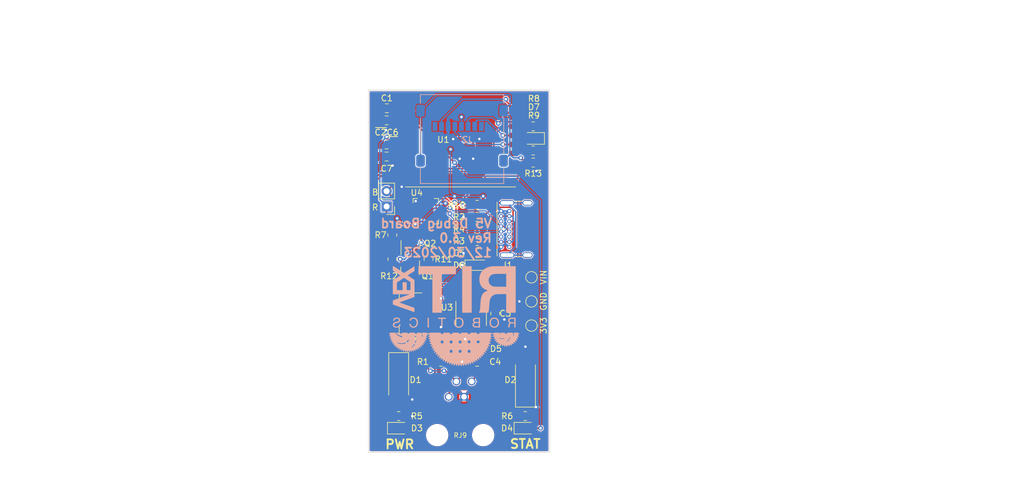
<source format=kicad_pcb>
(kicad_pcb (version 20221018) (generator pcbnew)
  (layers (0 "F.Cu" signal) (31 "B.Cu" signal) (34 "B.Paste" user) (35 "F.Paste" user) (36 "B.SilkS" user "B.Silkscreen") (37 "F.SilkS" user "F.Silkscreen") (38 "B.Mask" user) (39 "F.Mask" user) (44 "Edge.Cuts" user))
  (net 0 "")
  (net 1 "+3.3V")
  (net 2 "GND")
  (net 3 "Net-(CONN1-+12V)")
  (net 4 "Net-(D6-A)")
  (net 5 "/EN_PU")
  (net 6 "/RJ9_DB")
  (net 7 "Net-(D3-K)")
  (net 8 "/RJ9_DA")
  (net 9 "/IO8_PULLUP")
  (net 10 "Net-(D4-K)")
  (net 11 "Net-(D5-K)")
  (net 12 "Net-(J1-SHIELD)")
  (net 14 "Net-(J1-CC2)")
  (net 15 "/STAT_LED")
  (net 17 "Net-(J1-CC1)")
  (net 18 "/USB_D+")
  (net 19 "/USB_D-")
  (net 21 "/SD_CS")
  (net 22 "/SD_MOSI")
  (net 23 "/SD_SCL")
  (net 24 "/RS485_MODE")
  (net 25 "/RS485_TX")
  (net 26 "/RS485_RX")
  (net 27 "/SD_MISO")
  (net 29 "Net-(J2-SHIELD)")
  (net 30 "/FTDI_RX")
  (net 31 "/FTDI_TX")
  (net 32 "/IO9_BOOT")
  (net 33 "Net-(Q1-B)")
  (net 34 "Net-(Q1-E)")
  (net 35 "Net-(Q2-B)")
  (net 36 "Net-(Q2-E)")
  (net 37 "Net-(U4-~{RESET})")
  (net 38 "Net-(D7-K)")
  (net 48 "/DBG_LED")
  (footprint "Package_DFN_QFN:QFN-20-1EP_4x4mm_P0.5mm_EP2.5x2.5mm" (layer "F.Cu") (at 111.5 72.0625 90)
    (fp_text reference "U4")
    (fp_text value "FT231XQ")
  )
  (footprint "Diode_SMD:D_SOD-323_HandSoldering" (layer "F.Cu") (at 120 81)
    (fp_text reference "D6")
    (fp_text value "D_Schottky")
  )
  (footprint "Package_TO_SOT_SMD:SOT-223-3_TabPin2" (layer "F.Cu") (at 109 89 180)
    (fp_text reference "U2")
    (fp_text value "NCP1117-3.3_SOT223")
  )
  (footprint "ESP32-C3-WROOM:ESP32-C3-WROOM-02-N4" (layer "F.Cu") (at 117.25 57.905087)
    (fp_text reference "U1")
    (fp_text value "ESP32-C3-WROOM-02-N4")
  )
  (footprint "RS485_tran:SOIC127P600X175-8N" (layer "F.Cu") (at 119 89 -90)
    (fp_text reference "U3")
    (fp_text value "ADM3493ARZ")
  )
  (footprint "Capacitor_SMD:C_0805_2012Metric_Pad1.18x1.45mm_HandSolder" (layer "F.Cu") (at 105.0375 55)
    (fp_text reference "C1")
    (fp_text value "10uF")
  )
  (footprint "Resistor_SMD:R_0805_2012Metric_Pad1.20x1.40mm_HandSolder" (layer "F.Cu") (at 120 73 180)
    (fp_text reference "R2")
    (fp_text value "1M")
  )
  (footprint "Resistor_SMD:R_0805_2012Metric_Pad1.20x1.40mm_HandSolder" (layer "F.Cu") (at 129.290571 58)
    (fp_text reference "R8")
    (fp_text value "5.11K")
  )
  (footprint "Resistor_SMD:R_0805_2012Metric_Pad1.20x1.40mm_HandSolder" (layer "F.Cu") (at 105.95 80 90)
    (fp_text reference "R12")
    (fp_text value "5.11K")
  )
  (footprint "LED_SMD:LED_0805_2012Metric_Pad1.15x1.40mm_HandSolder" (layer "F.Cu") (at 129.290571 60 180)
    (fp_text reference "D7")
    (fp_text value "DBG_LED")
  )
  (footprint "Resistor_SMD:R_0805_2012Metric_Pad1.20x1.40mm_HandSolder" (layer "F.Cu") (at 114 97 180)
    (fp_text reference "R1")
    (fp_text value "120")
  )
  (footprint "Connector_USB:USB_C_Receptacle_GCT_USB4085" (layer "F.Cu") (at 123.975 77.975 90)
    (fp_text reference "J1")
    (fp_text value "USB_C_Receptacle_USB2.0")
  )
  (footprint "TestPoint:TestPoint_Pad_D1.5mm" (layer "F.Cu") (at 129 87)
    (fp_text reference "GND")
    (fp_text value "TP_GND")
  )
  (footprint "Resistor_SMD:R_0805_2012Metric_Pad1.20x1.40mm_HandSolder" (layer "F.Cu") (at 111.95 80 -90)
    (fp_text reference "R11")
    (fp_text value "5.11K")
  )
  (footprint "TestPoint:TestPoint_Pad_D1.5mm" (layer "F.Cu") (at 129 83)
    (fp_text reference "VIN")
    (fp_text value "TP_VIN")
  )
  (footprint "LED_SMD:LED_0805_2012Metric_Pad1.15x1.40mm_HandSolder" (layer "F.Cu") (at 127.975 108)
    (fp_text reference "D4")
    (fp_text value "STAT_LED")
  )
  (footprint "Package_TO_SOT_SMD:SOT-23" (layer "F.Cu") (at 108.9 81.9375 -90)
    (fp_text reference "Q1")
    (fp_text value "BC817")
  )
  (footprint "LED_SMD:LED_0805_2012Metric_Pad1.15x1.40mm_HandSolder" (layer "F.Cu") (at 107 108)
    (fp_text reference "D3")
    (fp_text value "PWR_LED")
  )
  (footprint "TestPoint:TestPoint_Pad_D1.5mm" (layer "F.Cu") (at 129 91)
    (fp_text reference "3V3")
    (fp_text value "TP_3.3V")
  )
  (footprint "Capacitor_SMD:C_0805_2012Metric_Pad1.18x1.45mm_HandSolder" (layer "F.Cu") (at 120.0375 79 180)
    (fp_text reference "C5")
    (fp_text value "10uF")
  )
  (footprint "Diode_SMD:D_SMA_Handsoldering" (layer "F.Cu") (at 107 100 -90)
    (fp_text reference "D1")
    (fp_text value "D_TVS")
  )
  (footprint "Resistor_SMD:R_0805_2012Metric_Pad1.20x1.40mm_HandSolder" (layer "F.Cu") (at 120 71)
    (fp_text reference "R10")
    (fp_text value "5.11K")
  )
  (footprint "Resistor_SMD:R_0805_2012Metric_Pad1.20x1.40mm_HandSolder" (layer "F.Cu") (at 120 77 180)
    (fp_text reference "R3")
    (fp_text value "5.11K")
  )
  (footprint "Capacitor_SMD:C_0805_2012Metric_Pad1.18x1.45mm_HandSolder" (layer "F.Cu") (at 123 89 -90)
    (fp_text reference "C3")
    (fp_text value "1uF")
  )
  (footprint "Connector_PinHeader_2.54mm:PinHeader_1x02_P2.54mm_Vertical" (layer "F.Cu") (at 105 71.275 180)
    (fp_text reference "J3" hide)
    (fp_text value "Conn_01x02_Pin")
  )
  (footprint "Diode_SMD:D_SOD-323_HandSoldering" (layer "F.Cu") (at 119.857121 94.848743)
    (fp_text reference "D5")
    (fp_text value "D_Schottky")
  )
  (footprint "Capacitor_SMD:C_0805_2012Metric_Pad1.18x1.45mm_HandSolder" (layer "F.Cu") (at 120 97 180)
    (fp_text reference "C4")
    (fp_text value "10uF")
  )
  (footprint "Capacitor_SMD:C_0805_2012Metric_Pad1.18x1.45mm_HandSolder" (layer "F.Cu") (at 105 61 180)
    (fp_text reference "C6")
    (fp_text value "1uF")
  )
  (footprint "Resistor_SMD:R_0805_2012Metric_Pad1.20x1.40mm_HandSolder" (layer "F.Cu") (at 105.95 76 90)
    (fp_text reference "R7")
    (fp_text value "5.11K")
  )
  (footprint "Resistor_SMD:R_0805_2012Metric_Pad1.20x1.40mm_HandSolder" (layer "F.Cu") (at 120 75 180)
    (fp_text reference "R4")
    (fp_text value "5.11K")
  )
  (footprint "Resistor_SMD:R_0805_2012Metric_Pad1.20x1.40mm_HandSolder" (layer "F.Cu") (at 129.290571 62)
    (fp_text reference "R9")
    (fp_text value "220")
  )
  (footprint "Resistor_SMD:R_0805_2012Metric_Pad1.20x1.40mm_HandSolder" (layer "F.Cu") (at 129.290571 64)
    (fp_text reference "R13")
    (fp_text value "1M")
  )
  (footprint "Capacitor_SMD:C_0805_2012Metric_Pad1.18x1.45mm_HandSolder" (layer "F.Cu") (at 105 57)
    (fp_text reference "C2")
    (fp_text value "1uF")
  )
  (footprint "Package_TO_SOT_SMD:SOT-23" (layer "F.Cu") (at 108.95 77.5625 90)
    (fp_text reference "Q2")
    (fp_text value "BC817")
  )
  (footprint "Capacitor_SMD:C_0805_2012Metric_Pad1.18x1.45mm_HandSolder" (layer "F.Cu") (at 105 63)
    (fp_text reference "C7")
    (fp_text value "1uF")
  )
  (footprint "Resistor_SMD:R_0805_2012Metric_Pad1.20x1.40mm_HandSolder" (layer "F.Cu") (at 127.975 106)
    (fp_text reference "R6")
    (fp_text value "220" hide)
  )
  (footprint "Diode_SMD:D_SMA_Handsoldering" (layer "F.Cu") (at 128 100 90)
    (fp_text reference "D2")
    (fp_text value "D_TVS")
  )
  (footprint "RJ9:RJ9_Jack" (layer "F.Cu") (at 117.19 108)
    (fp_text reference "CONN1" hide)
    (fp_text value "RJ9")
  )
  (footprint "Resistor_SMD:R_0805_2012Metric_Pad1.20x1.40mm_HandSolder" (layer "F.Cu") (at 107 106)
    (fp_text reference "R5")
    (fp_text value "220" hide)
  )
  (footprint "Connector_Card:microSD_HC_Molex_47219-2001" (layer "B.Cu") (at 117.495 60.1 180)
    (fp_text reference "J2")
    (fp_text value "Micro_SD_Card")
  )
  (footprint "LOGO" (layer "B.Cu") (at 116.094363 88.2 180)
    (fp_text reference "G***" hide)
    (fp_text value "LOGO" hide)
  )
  (gr_line (start 103.174306 58.206854) (end 104.957608 58.206854) (stroke (width 0.15)) (layer "F.SilkS"))
  (gr_line (start 105.206782 59.692125) (end 106.804425 59.692125) (stroke (width 0.15)) (layer "F.SilkS"))
  (gr_rect (start 102 52) (end 132 112) (stroke (width 0.1)) (fill none) (layer "Edge.Cuts"))
  (gr_text "V5 Debug Board\nRev 3.0\n12/30/2023" (at 122.6 79.8) (layer "B.SilkS") (effects (font (size 1.5 1.5) (thickness 0.3) bold) (justify left bottom mirror)))
  (gr_text "PWR" (at 104.615254 111.551636) (layer "F.SilkS") (effects (font (size 1.5 1.5) (thickness 0.3) bold) (justify left bottom)))
  (gr_text "B" (at 102.5 69.5) (layer "F.SilkS") (effects (font (size 1 1)) (justify left bottom)))
  (gr_text "STAT" (at 125.27743 111.484837) (layer "F.SilkS") (effects (font (size 1.5 1.5) (thickness 0.3) bold) (justify left bottom)))
  (gr_text "R" (at 102.5 72) (layer "F.SilkS") (effects (font (size 1 1)) (justify left bottom)))
  (segment (start 120.999525 70.999525) (end 121 71) (width 0.25) (layer "F.Cu") (net 1))
  (segment (start 106.75 73.25) (end 106.75 74.2) (width 0.25) (layer "F.Cu") (net 1))
  (segment (start 114.4375 71.0625) (end 113.4375 71.0625) (width 0.25) (layer "F.Cu") (net 1))
  (segment (start 109.5625 74.042926) (end 109.759787 74.240213) (width 0.25) (layer "F.Cu") (net 1))
  (segment (start 120.999525 69.558581) (end 120.999525 70.999525) (width 0.25) (layer "F.Cu") (net 1))
  (segment (start 114.75 70.75) (end 114.4375 71.0625) (width 0.25) (layer "F.Cu") (net 1))
  (segment (start 106.75 74.2) (end 105.95 75) (width 0.25) (layer "F.Cu") (net 1))
  (segment (start 112 70.125) (end 112 68.75) (width 0.25) (layer "F.Cu") (net 1))
  (segment (start 109.5625 73.0625) (end 109.5625 74.042926) (width 0.25) (layer "F.Cu") (net 1))
  (via (at 120.999525 69.558581) (size 0.8) (drill 0.4) (layers "F.Cu" "B.Cu") (net 1))
  (via (at 117.401503 56.443716) (size 0.8) (drill 0.4) (layers "F.Cu" "B.Cu") (net 1))
  (via (at 109.759787 74.240213) (size 0.8) (drill 0.4) (layers "F.Cu" "B.Cu") (net 1))
  (via (at 116.25 69.582896) (size 0.8) (drill 0.4) (layers "F.Cu" "B.Cu") (net 1))
  (via (at 106.75 73.25) (size 0.8) (drill 0.4) (layers "F.Cu" "B.Cu") (net 1))
  (via (at 115.6 61.8) (size 0.8) (drill 0.4) (layers "F.Cu" "B.Cu") (net 1))
  (via (at 114.75 70.75) (size 0.8) (drill 0.4) (layers "F.Cu" "B.Cu") (net 1))
  (segment (start 116.25 69.582896) (end 115.575 68.907896) (width 0.25) (layer "B.Cu") (net 1))
  (segment (start 117.4 58) (end 117.4 56.6) (width 0.25) (layer "B.Cu") (net 1))
  (segment (start 114.917104 69.582896) (end 114 70.5) (width 0.25) (layer "B.Cu") (net 1))
  (segment (start 109.759787 74.240213) (end 107.740213 74.240213) (width 0.25) (layer "B.Cu") (net 1))
  (segment (start 116.25 69.582896) (end 114.917104 69.582896) (width 0.25) (layer "B.Cu") (net 1))
  (segment (start 114 70.5) (end 110.259787 74.240213) (width 0.25) (layer "B.Cu") (net 1))
  (segment (start 115.575 68.907896) (end 115.575 61.825) (width 0.25) (layer "B.Cu") (net 1))
  (segment (start 117.4 56.6) (end 117.5 56.5) (width 0.25) (layer "B.Cu") (net 1))
  (segment (start 107.740213 74.240213) (end 106.75 73.25) (width 0.25) (layer "B.Cu") (net 1))
  (segment (start 120.667104 69.582896) (end 121 69.25) (width 0.25) (layer "B.Cu") (net 1))
  (segment (start 110.259787 74.240213) (end 109.759787 74.240213) (width 0.25) (layer "B.Cu") (net 1))
  (segment (start 114 70.5) (end 114.25 70.75) (width 0.25) (layer "B.Cu") (net 1))
  (segment (start 115.575 61.825) (end 115.6 61.8) (width 0.25) (layer "B.Cu") (net 1))
  (segment (start 116.25 69.582896) (end 120.667104 69.582896) (width 0.25) (layer "B.Cu") (net 1))
  (segment (start 114.25 70.75) (end 114.75 70.75) (width 0.25) (layer "B.Cu") (net 1))
  (segment (start 117.105802 60.099977) (end 117.105802 62.299973) (width 0.25) (layer "F.Cu") (net 2))
  (segment (start 119.305701 61.199975) (end 117.1057 61.199975) (width 0.25) (layer "F.Cu") (net 2))
  (segment (start 130.290571 64) (end 130.290571 64.909429) (width 0.25) (layer "F.Cu") (net 2))
  (segment (start 106.0375 57.4625) (end 104 59.5) (width 0.25) (layer "F.Cu") (net 2))
  (segment (start 112.15 91.3) (end 113.95 91.3) (width 0.25) (layer "F.Cu") (net 2))
  (segment (start 119.305802 60.099977) (end 117.105802 60.099977) (width 0.25) (layer "F.Cu") (net 2))
  (segment (start 118.9625 97) (end 117.5 97) (width 0.25) (layer "F.Cu") (net 2))
  (segment (start 119 73) (end 119 79) (width 0.25) (layer "F.Cu") (net 2))
  (segment (start 117.105802 62.299973) (end 117.105802 63.362837) (width 0.25) (layer "F.Cu") (net 2))
  (segment (start 106.0375 63) (end 106.0375 64.4625) (width 0.25) (layer "F.Cu") (net 2))
  (segment (start 117.095 91.475) (end 117.095 92.345) (width 0.25) (layer "F.Cu") (net 2))
  (segment (start 108.5 67.000002) (end 108.499998 67.000002) (width 0.25) (layer "F.Cu") (net 2))
  (segment (start 107 102.5) (end 108.5 102.5) (width 0.25) (layer "F.Cu") (net 2))
  (segment (start 117.105802 62.299973) (end 119.305802 62.299973) (width 0.25) (layer "F.Cu") (net 2))
  (segment (start 111.5 72.0625) (end 111.489874 72.0625) (width 0.25) (layer "F.Cu") (net 2))
  (segment (start 111.489874 72.0625) (end 109.815374 70.388) (width 0.25) (layer "F.Cu") (net 2))
  (segment (start 117.105802 63.362837) (end 117.106012 63.363047) (width 0.25) (layer "F.Cu") (net 2))
  (segment (start 119.305802 62.299973) (end 119.305802 60.099977) (width 0.25) (layer "F.Cu") (net 2))
  (segment (start 128.975 105.275) (end 129.75 104.5) (width 0.25) (layer "F.Cu") (net 2))
  (segment (start 103.9625 59.5375) (end 104 59.5) (width 0.25) (layer "F.Cu") (net 2))
  (segment (start 108.499998 67.000002) (end 107.5 68) (width 0.25) (layer "F.Cu") (net 2))
  (segment (start 106.0375 57) (end 106.0375 57.4625) (width 0.25) (layer "F.Cu") (net 2))
  (segment (start 128.975 106) (end 128.975 105.275) (width 0.25) (layer "F.Cu") (net 2))
  (segment (start 106.075 55) (end 106.075 56.9625) (width 0.25) (layer "F.Cu") (net 2))
  (segment (start 130.290571 62) (end 130.290571 64) (width 0.25) (layer "F.Cu") (net 2))
  (segment (start 116.029581 60.099977) (end 117.105802 60.099977) (width 0.25) (layer "F.Cu") (net 2))
  (segment (start 113.95 91.3) (end 114 91.25) (width 0.25) (layer "F.Cu") (net 2))
  (segment (start 117.75 73) (end 119 73) (width 0.25) (layer "F.Cu") (net 2))
  (segment (start 106.0375 64.4625) (end 106 64.5) (width 0.25) (layer "F.Cu") (net 2))
  (segment (start 123 90.0375) (end 124.4625 90.0375) (width 0.25) (layer "F.Cu") (net 2))
  (segment (start 130.290571 64.909429) (end 129.8 65.4) (width 0.25) (layer "F.Cu") (net 2))
  (segment (start 119.305802 62.299973) (end 119.305802 63.32555) (width 0.25) (layer "F.Cu") (net 2))
  (segment (start 119.305802 63.32555) (end 119.343299 63.363047) (width 0.25) (layer "F.Cu") (net 2))
  (segment (start 120.34685 60.099977) (end 120.363445 60.083382) (width 0.25) (layer "F.Cu") (net 2))
  (segment (start 117.75 79) (end 119 79) (width 0.25) (layer "F.Cu") (net 2))
  (segment (start 119.305802 60.099977) (end 120.34685 60.099977) (width 0.25) (layer "F.Cu") (net 2))
  (segment (start 129 87) (end 127 87) (width 0.25) (layer "F.Cu") (net 2))
  (segment (start 108.5 102.5) (end 109.25 103.25) (width 0.25) (layer "F.Cu") (net 2))
  (segment (start 106.075 56.9625) (end 106.0375 57) (width 0.25) (layer "F.Cu") (net 2))
  (segment (start 103.9625 61) (end 103.9625 59.5375) (width 0.25) (layer "F.Cu") (net 2))
  (segment (start 118.205802 60.099977) (end 118.205802 62.299973) (width 0.25) (layer "F.Cu") (net 2))
  (segment (start 117.095 92.345) (end 118 93.25) (width 0.25) (layer "F.Cu") (net 2))
  (segment (start 124.4625 90.0375) (end 124.5 90) (width 0.25) (layer "F.Cu") (net 2))
  (segment (start 108 106) (end 109.25 106) (width 0.25) (layer "F.Cu") (net 2))
  (segment (start 111.5 72.0625) (end 111.5 74) (width 0.25) (layer "F.Cu") (net 2))
  (segment (start 128 97.5) (end 128 94.5) (width 0.25) (layer "F.Cu") (net 2))
  (segment (start 111.5 72.0625) (end 111.5 70.125) (width 0.25) (layer "F.Cu") (net 2))
  (via (at 124.5 90) (size 0.8) (drill 0.4) (layers "F.Cu" "B.Cu") (net 2))
  (via (at 117.75 79) (size 0.8) (drill 0.4) (layers "F.Cu" "B.Cu") (net 2))
  (via (at 129.8 65.4) (size 0.8) (drill 0.4) (layers "F.Cu" "B.Cu") (net 2))
  (via (at 117.106012 63.363047) (size 0.8) (drill 0.4) (layers "F.Cu" "B.Cu") (net 2))
  (via (at 109.815374 70.388) (size 0.8) (drill 0.4) (layers "F.Cu" "B.Cu") (net 2))
  (via (at 106 64.5) (size 0.8) (drill 0.4) (layers "F.Cu" "B.Cu") (net 2))
  (via (at 129.75 104.5) (size 0.8) (drill 0.4) (layers "F.Cu" "B.Cu") (net 2))
  (via (at 128 94.5) (size 0.8) (drill 0.4) (layers "F.Cu" "B.Cu") (net 2))
  (via (at 117.5 97) (size 0.8) (drill 0.4) (layers "F.Cu" "B.Cu") (net 2))
  (via (at 104.902284 58.62297) (size 0.8) (drill 0.4) (layers "F.Cu" "B.Cu") (net 2))
  (via (at 109.25 106) (size 0.8) (drill 0.4) (layers "F.Cu" "B.Cu") (net 2))
  (via (at 114 91.25) (size 0.8) (drill 0.4) (layers "F.Cu" "B.Cu") (net 2))
  (via (at 107.5 68) (size 0.8) (drill 0.4) (layers "F.Cu" "B.Cu") (net 2))
  (via (at 120.363445 60.083382) (size 0.8) (drill 0.4) (layers "F.Cu" "B.Cu") (net 2))
  (via (at 119.343299 63.363047) (size 0.8) (drill 0.4) (layers "F.Cu" "B.Cu") (net 2))
  (via (at 117.75 73) (size 0.8) (drill 0.4) (layers "F.Cu" "B.Cu") (net 2))
  (via (at 127 87) (size 0.8) (drill 0.4) (layers "F.Cu" "B.Cu") (net 2))
  (via (at 118 93.25) (size 0.8) (drill 0.4) (layers "F.Cu" "B.Cu") (net 2))
  (via (at 116.029581 60.099977) (size 0.8) (drill 0.4) (layers "F.Cu" "B.Cu") (net 2))
  (via (at 109.25 103.25) (size 0.8) (drill 0.4) (layers "F.Cu" "B.Cu") (net 2))
  (segment (start 125.325 72.025) (end 123.975 72.025) (width 0.25) (layer "B.Cu") (net 2))
  (segment (start 119.095 100.26) (end 119.095 100.155) (width 0.25) (layer "F.Cu") (net 3))
  (segment (start 121.107121 96.930379) (end 121.0375 97) (width 0.25) (layer "F.Cu") (net 3))
  (segment (start 119.095 100.155) (end 121.0375 98.2125) (width 0.25) (layer "F.Cu") (net 3))
  (segment (start 121.107121 94.848743) (end 121.107121 96.930379) (width 0.25) (layer "F.Cu") (net 3))
  (segment (start 121.0375 98.2125) (end 121.0375 97) (width 0.25) (layer "F.Cu") (net 3))
  (segment (start 121.25 79.175) (end 121.075 79) (width 0.25) (layer "F.Cu") (net 4))
  (segment (start 123.975 77.125) (end 125.325 77.125) (width 0.25) (layer "F.Cu") (net 4))
  (segment (start 123.975 72.875) (end 125.325 72.875) (width 0.25) (layer "F.Cu") (net 4))
  (segment (start 121.25 81) (end 121.25 79.175) (width 0.25) (layer "F.Cu") (net 4))
  (segment (start 122.95 77.125) (end 123.975 77.125) (width 0.25) (layer "F.Cu") (net 4))
  (segment (start 121.075 79) (end 122.95 77.125) (width 0.25) (layer "F.Cu") (net 4))
  (segment (start 126 73.055026) (end 126 76.944974) (width 0.25) (layer "B.Cu") (net 4))
  (segment (start 125.819974 77.125) (end 125.325 77.125) (width 0.25) (layer "B.Cu") (net 4))
  (segment (start 125.325 72.875) (end 125.819974 72.875) (width 0.25) (layer "B.Cu") (net 4))
  (segment (start 126 76.944974) (end 125.819974 77.125) (width 0.25) (layer "B.Cu") (net 4))
  (segment (start 125.819974 72.875) (end 126 73.055026) (width 0.25) (layer "B.Cu") (net 4))
  (segment (start 108.256202 56.5) (end 108.5 56.5) (width 0.25) (layer "F.Cu") (net 5))
  (segment (start 105 59.9625) (end 106.0375 61) (width 0.25) (layer "F.Cu") (net 5))
  (segment (start 105 71.275) (end 104.975 71.3) (width 0.25) (layer "F.Cu") (net 5))
  (segment (start 105 59.75) (end 105 59.9625) (width 0.25) (layer "F.Cu") (net 5))
  (segment (start 108.9 77.917696) (end 107.982304 77) (width 0.25) (layer "F.Cu") (net 5))
  (segment (start 107.982304 77) (end 105.95 77) (width 0.25) (layer "F.Cu") (net 5))
  (segment (start 106.0375 58.718702) (end 108.256202 56.5) (width 0.25) (layer "F.Cu") (net 5))
  (segment (start 108.9 82.875) (end 108.9 77.917696) (width 0.25) (layer "F.Cu") (net 5))
  (segment (start 104.975 76.025) (end 105.95 77) (width 0.25) (layer "F.Cu") (net 5))
  (segment (start 104.975 71.3) (end 104.975 76.025) (width 0.25) (layer "F.Cu") (net 5))
  (segment (start 106.0375 61) (end 106.0375 58.718702) (width 0.25) (layer "F.Cu") (net 5))
  (via (at 105 59.75) (size 0.8) (drill 0.4) (layers "F.Cu" "B.Cu") (net 5))
  (segment (start 103.875 70.15) (end 103.875 60.875) (width 0.25) (layer "B.Cu") (net 5))
  (segment (start 103.875 60.875) (end 105 59.75) (width 0.25) (layer "B.Cu") (net 5))
  (segment (start 105 71.275) (end 103.875 70.15) (width 0.25) (layer "B.Cu") (net 5))
  (segment (start 116 98) (end 115 97) (width 0.25) (layer "F.Cu") (net 6))
  (segment (start 119.935 97.58939) (end 119.52439 98) (width 0.25) (layer "F.Cu") (net 6))
  (segment (start 116.555 100.26) (end 118.815 98) (width 0.25) (layer "F.Cu") (net 6))
  (segment (start 116.555 100.26) (end 114.795 98.5) (width 0.25) (layer "F.Cu") (net 6))
  (segment (start 112.25 98.5) (end 111.25 97.5) (width 0.25) (layer "F.Cu") (net 6))
  (segment (start 111.25 97.5) (end 107 97.5) (width 0.25) (layer "F.Cu") (net 6))
  (segment (start 114.795 98.5) (end 114.5 98.5) (width 0.25) (layer "F.Cu") (net 6))
  (segment (start 119.52439 98) (end 116 98) (width 0.25) (layer "F.Cu") (net 6))
  (segment (start 118.815 98) (end 119.52439 98) (width 0.25) (layer "F.Cu") (net 6))
  (segment (start 119.935 91.775) (end 119.935 97.58939) (width 0.25) (layer "F.Cu") (net 6))
  (segment (start 119.635 91.475) (end 119.935 91.775) (width 0.25) (layer "F.Cu") (net 6))
  (via (at 112.25 98.5) (size 0.8) (drill 0.4) (layers "F.Cu" "B.Cu") (net 6))
  (via (at 114.5 98.5) (size 0.8) (drill 0.4) (layers "F.Cu" "B.Cu") (net 6))
  (segment (start 114.5 98.5) (end 112.25 98.5) (width 0.25) (layer "B.Cu") (net 6))
  (segment (start 105.975 106.025) (end 106 106) (width 0.25) (layer "F.Cu") (net 7))
  (segment (start 105.975 108) (end 105.975 106.025) (width 0.25) (layer "F.Cu") (net 7))
  (segment (start 115.85 101.6) (end 117 101.6) (width 0.25) (layer "F.Cu") (net 8))
  (segment (start 113 97) (end 113 98.75) (width 0.25) (layer "F.Cu") (net 8))
  (segment (start 118.365 91.475) (end 118.365 92.660405) (width 0.25) (layer "F.Cu") (net 8))
  (segment (start 113 98.75) (end 115.85 101.6) (width 0.25) (layer "F.Cu") (net 8))
  (segment (start 119.382121 95.323133) (end 118.955254 95.75) (width 0.25) (layer "F.Cu") (net 8))
  (segment (start 119.382121 93.677526) (end 119.382121 95.323133) (width 0.25) (layer "F.Cu") (net 8))
  (segment (start 115.9 101.6) (end 115.285 102.215) (width 0.25) (layer "F.Cu") (net 8))
  (segment (start 115.285 102.215) (end 115.285 102.8) (width 0.25) (layer "F.Cu") (net 8))
  (segment (start 117 101.6) (end 115.9 101.6) (width 0.25) (layer "F.Cu") (net 8))
  (segment (start 118.365 92.660405) (end 119.382121 93.677526) (width 0.25) (layer "F.Cu") (net 8))
  (segment (start 118.955254 95.75) (end 114.25 95.75) (width 0.25) (layer "F.Cu") (net 8))
  (segment (start 128 102.5) (end 127.1 101.6) (width 0.25) (layer "F.Cu") (net 8))
  (segment (start 127.1 101.6) (end 117 101.6) (width 0.25) (layer "F.Cu") (net 8))
  (segment (start 114.25 95.75) (end 113 97) (width 0.25) (layer "F.Cu") (net 8))
  (segment (start 109.743798 65) (end 120.333452 65) (width 0.25) (layer "F.Cu") (net 9))
  (segment (start 124.249998 58.000002) (end 126 58.000002) (width 0.25) (layer "F.Cu") (net 9))
  (segment (start 108.5 64) (end 108.743798 64) (width 0.25) (layer "F.Cu") (net 9))
  (segment (start 122.75 62.583452) (end 122.75 59.5) (width 0.25) (layer "F.Cu") (net 9))
  (segment (start 126.000002 58) (end 126 58.000002) (width 0.25) (layer "F.Cu") (net 9))
  (segment (start 128.290571 58) (end 126.000002 58) (width 0.25) (layer "F.Cu") (net 9))
  (segment (start 108.743798 64) (end 109.743798 65) (width 0.25) (layer "F.Cu") (net 9))
  (segment (start 120.333452 65) (end 122.75 62.583452) (width 0.25) (layer "F.Cu") (net 9))
  (segment (start 122.75 59.5) (end 124.249998 58.000002) (width 0.25) (layer "F.Cu") (net 9))
  (segment (start 126.975 106) (end 126.975 107.975) (width 0.25) (layer "F.Cu") (net 10))
  (segment (start 126.975 107.975) (end 126.95 108) (width 0.25) (layer "F.Cu") (net 10))
  (segment (start 114 86.5) (end 115.625 88.125) (width 0.25) (layer "F.Cu") (net 11))
  (segment (start 118.607121 94.848743) (end 118.348743 94.848743) (width 0.25) (layer "F.Cu") (net 11))
  (segment (start 115.625 92.125) (end 115.625 88.125) (width 0.25) (layer "F.Cu") (net 11))
  (segment (start 129 83.75) (end 129 83) (width 0.25) (layer "F.Cu") (net 11))
  (segment (start 116.5 89) (end 123.75 89) (width 0.25) (layer "F.Cu") (net 11))
  (segment (start 123.75 89) (end 129 83.75) (width 0.25) (layer "F.Cu") (net 11))
  (segment (start 115.625 88.125) (end 116.5 89) (width 0.25) (layer "F.Cu") (net 11))
  (segment (start 118.348743 94.848743) (end 115.625 92.125) (width 0.25) (layer "F.Cu") (net 11))
  (segment (start 112.35 86.5) (end 112.15 86.7) (width 0.25) (layer "F.Cu") (net 11))
  (segment (start 114 86.5) (end 112.35 86.5) (width 0.25) (layer "F.Cu") (net 11))
  (segment (start 118.75 81) (end 117.5 81) (width 0.25) (layer "F.Cu") (net 11))
  (via (at 114 86.5) (size 0.8) (drill 0.4) (layers "F.Cu" "B.Cu") (net 11))
  (via (at 117.5 81) (size 0.8) (drill 0.4) (layers "F.Cu" "B.Cu") (net 11))
  (segment (start 114 84.5) (end 114 86.5) (width 0.25) (layer "B.Cu") (net 11))
  (segment (start 117.5 81) (end 114 84.5) (width 0.25) (layer "B.Cu") (net 11))
  (segment (start 123.325 70.675) (end 124.955 70.675) (width 0.25) (layer "F.Cu") (net 12))
  (segment (start 121 73) (end 123.325 70.675) (width 0.25) (layer "F.Cu") (net 12))
  (segment (start 126.4 77.88) (end 124.955 79.325) (width 0.25) (layer "B.Cu") (net 12))
  (segment (start 124.955 70.675) (end 126.4 72.12) (width 0.25) (layer "B.Cu") (net 12))
  (segment (start 126.4 72.12) (end 126.4 77.88) (width 0.25) (layer "B.Cu") (net 12))
  (segment (start 124.955 70.675) (end 128.335 70.675) (width 0.25) (layer "B.Cu") (net 12))
  (segment (start 124.955 79.325) (end 128.335 79.325) (width 0.25) (layer "B.Cu") (net 12))
  (segment (start 123.6 71.4) (end 121.875 73.125) (width 0.25) (layer "F.Cu") (net 14))
  (segment (start 125.95 71.766116) (end 125.583884 71.4) (width 0.25) (layer "F.Cu") (net 14))
  (segment (start 121.875 73.125) (end 121.875 74.125) (width 0.25) (layer "F.Cu") (net 14))
  (segment (start 125.583884 71.4) (end 123.6 71.4) (width 0.25) (layer "F.Cu") (net 14))
  (segment (start 125.95 73.594974) (end 125.95 71.766116) (width 0.25) (layer "F.Cu") (net 14))
  (segment (start 121.875 74.125) (end 121 75) (width 0.25) (layer "F.Cu") (net 14))
  (segment (start 125.819974 73.725) (end 125.95 73.594974) (width 0.25) (layer "F.Cu") (net 14))
  (segment (start 125.325 73.725) (end 125.819974 73.725) (width 0.25) (layer "F.Cu") (net 14))
  (segment (start 110.250002 58.000002) (end 108.5 58.000002) (width 0.25) (layer "F.Cu") (net 15))
  (segment (start 129 108) (end 130.5 108) (width 0.25) (layer "F.Cu") (net 15))
  (segment (start 116.25 64) (end 110.250002 58.000002) (width 0.25) (layer "F.Cu") (net 15))
  (via (at 130.5 108) (size 0.8) (drill 0.4) (layers "F.Cu" "B.Cu") (net 15))
  (via (at 116.25 64) (size 0.8) (drill 0.4) (layers "F.Cu" "B.Cu") (net 15))
  (segment (start 118.5 66.25) (end 116.25 64) (width 0.25) (layer "B.Cu") (net 15))
  (segment (start 126.5 66.25) (end 118.5 66.25) (width 0.25) (layer "B.Cu") (net 15))
  (segment (start 130.5 108) (end 130.5 70.25) (width 0.25) (layer "B.Cu") (net 15))
  (segment (start 130.5 70.25) (end 126.5 66.25) (width 0.25) (layer "B.Cu") (net 15))
  (segment (start 121 77) (end 121.725 76.275) (width 0.25) (layer "F.Cu") (net 17))
  (segment (start 121.725 76.275) (end 123.975 76.275) (width 0.25) (layer "F.Cu") (net 17))
  (segment (start 115.5 72.449503) (end 115.112997 72.0625) (width 0.2) (layer "F.Cu") (net 18))
  (segment (start 115.112997 72.0625) (end 113.4375 72.0625) (width 0.2) (layer "F.Cu") (net 18))
  (via (at 115.5 72.449503) (size 0.8) (drill 0.4) (layers "F.Cu" "B.Cu") (net 18))
  (segment (start 123.975 75.425) (end 124.475 75.425) (width 0.2) (layer "B.Cu") (net 18))
  (segment (start 115.5 72.449503) (end 115.5 72.75) (width 0.2) (layer "B.Cu") (net 18))
  (segment (start 124.475 75.425) (end 125.325 74.575) (width 0.2) (layer "B.Cu") (net 18))
  (segment (start 115.5 72.75) (end 118.175 75.425) (width 0.2) (layer "B.Cu") (net 18))
  (segment (start 118.175 75.425) (end 123.975 75.425) (width 0.2) (layer "B.Cu") (net 18))
  (segment (start 123.975 74.575) (end 124.475 74.575) (width 0.2) (layer "F.Cu") (net 19))
  (segment (start 124.475 74.575) (end 125.325 75.425) (width 0.2) (layer "F.Cu") (net 19))
  (segment (start 115.4375 71.5625) (end 113.4375 71.5625) (width 0.2) (layer "F.Cu") (net 19))
  (segment (start 115.5 71.5) (end 115.4375 71.5625) (width 0.2) (layer "F.Cu") (net 19))
  (via (at 115.5 71.5) (size 0.8) (drill 0.4) (layers "F.Cu" "B.Cu") (net 19))
  (segment (start 116 72) (end 115.5 71.5) (width 0.2) (layer "B.Cu") (net 19))
  (segment (start 121.4 72) (end 116 72) (width 0.2) (layer "B.Cu") (net 19))
  (segment (start 123.975 74.575) (end 121.4 72) (width 0.2) (layer "B.Cu") (net 19))
  (segment (start 124.25 59.5) (end 126 59.500001) (width 0.25) (layer "F.Cu") (net 21))
  (via (at 124.25 59.5) (size 0.8) (drill 0.4) (layers "F.Cu" "B.Cu") (net 21))
  (segment (start 120.025 56.975) (end 121.725 56.975) (width 0.25) (layer "B.Cu") (net 21))
  (segment (start 121.725 56.975) (end 124.25 59.5) (width 0.25) (layer "B.Cu") (net 21))
  (segment (start 119.6 58) (end 119.6 57.4) (width 0.25) (layer "B.Cu") (net 21))
  (segment (start 119.6 57.4) (end 120.025 56.975) (width 0.25) (layer "B.Cu") (net 21))
  (segment (start 124.5 56.5) (end 126 56.5) (width 0.25) (layer "F.Cu") (net 22))
  (segment (start 123.5 57.5) (end 124.5 56.5) (width 0.25) (layer "F.Cu") (net 22))
  (via (at 123.5 57.5) (size 0.8) (drill 0.4) (layers "F.Cu" "B.Cu") (net 22))
  (segment (start 122.575 56.575) (end 123.5 57.5) (width 0.25) (layer "B.Cu") (net 22))
  (segment (start 118.5 57) (end 118.925 56.575) (width 0.25) (layer "B.Cu") (net 22))
  (segment (start 118.5 58) (end 118.5 57) (width 0.25) (layer "B.Cu") (net 22))
  (segment (start 118.925 56.575) (end 122.575 56.575) (width 0.25) (layer "B.Cu") (net 22))
  (segment (start 124.25 61) (end 126 61.000001) (width 0.25) (layer "F.Cu") (net 23))
  (via (at 124.25 61) (size 0.8) (drill 0.4) (layers "F.Cu" "B.Cu") (net 23))
  (segment (start 116.3 59) (end 118.3 61) (width 0.25) (layer "B.Cu") (net 23))
  (segment (start 118.3 61) (end 124.25 61) (width 0.25) (layer "B.Cu") (net 23))
  (segment (start 116.3 58) (end 116.3 59) (width 0.25) (layer "B.Cu") (net 23))
  (segment (start 119.635 86.90547) (end 120.51453 87.785) (width 0.25) (layer "F.Cu") (net 24))
  (segment (start 120.51453 87.785) (end 121.34 87.785) (width 0.25) (layer "F.Cu") (net 24))
  (segment (start 121.34 87.785) (end 126.75 82.375) (width 0.25) (layer "F.Cu") (net 24))
  (segment (start 119.635 86.525) (end 118.365 86.525) (width 0.25) (layer "F.Cu") (net 24))
  (segment (start 119.635 86.525) (end 119.635 86.90547) (width 0.25) (layer "F.Cu") (net 24))
  (segment (start 126.75 82.375) (end 126.75 67.750002) (width 0.25) (layer "F.Cu") (net 24))
  (segment (start 126.75 67.750002) (end 126 67.000002) (width 0.25) (layer "F.Cu") (net 24))
  (segment (start 106.9 64.554595) (end 106.9 62.295201) (width 0.25) (layer "F.Cu") (net 25))
  (segment (start 102.75 80.25) (end 102.75 67) (width 0.25) (layer "F.Cu") (net 25))
  (segment (start 115.07 84.5) (end 107 84.5) (width 0.25) (layer "F.Cu") (net 25))
  (segment (start 104.575 65.175) (end 106.279595 65.175) (width 0.25) (layer "F.Cu") (net 25))
  (segment (start 106.9 62.295201) (end 108.1952 61.000001) (width 0.25) (layer "F.Cu") (net 25))
  (segment (start 106.279595 65.175) (end 106.9 64.554595) (width 0.25) (layer "F.Cu") (net 25))
  (segment (start 108.1952 61.000001) (end 108.5 61.000001) (width 0.25) (layer "F.Cu") (net 25))
  (segment (start 107 84.5) (end 102.75 80.25) (width 0.25) (layer "F.Cu") (net 25))
  (segment (start 117.095 86.525) (end 115.07 84.5) (width 0.25) (layer "F.Cu") (net 25))
  (segment (start 102.75 67) (end 104.575 65.175) (width 0.25) (layer "F.Cu") (net 25))
  (segment (start 103.15 67.165686) (end 104.740686 65.575) (width 0.25) (layer "F.Cu") (net 26))
  (segment (start 106.445281 65.575) (end 107.3 64.72028) (width 0.25) (layer "F.Cu") (net 26))
  (segment (start 103.15 80.084314) (end 103.15 67.165686) (width 0.25) (layer "F.Cu") (net 26))
  (segment (start 107.3 63.4562) (end 108.2562 62.5) (width 0.25) (layer "F.Cu") (net 26))
  (segment (start 120.905 86.525) (end 120.905 85.540001) (width 0.25) (layer "F.Cu") (net 26))
  (segment (start 107.3 64.72028) (end 107.3 63.4562) (width 0.25) (layer "F.Cu") (net 26))
  (segment (start 120.905 85.540001) (end 119.464999 84.1) (width 0.25) (layer "F.Cu") (net 26))
  (segment (start 108.2562 62.5) (end 108.5 62.5) (width 0.25) (layer "F.Cu") (net 26))
  (segment (start 104.740686 65.575) (end 106.445281 65.575) (width 0.25) (layer "F.Cu") (net 26))
  (segment (start 107.165686 84.1) (end 103.15 80.084314) (width 0.25) (layer "F.Cu") (net 26))
  (segment (start 119.464999 84.1) (end 107.165686 84.1) (width 0.25) (layer "F.Cu") (net 26))
  (segment (start 124.75 53.5) (end 124.75 53.75) (width 0.25) (layer "F.Cu") (net 27))
  (segment (start 124.75 53.75) (end 126 55) (width 0.25) (layer "F.Cu") (net 27))
  (via (at 124.75 53.5) (size 0.8) (drill 0.4) (layers "F.Cu" "B.Cu") (net 27))
  (segment (start 114.1 58) (end 114.1 57) (width 0.25) (layer "B.Cu") (net 27))
  (segment (start 117.6 53.5) (end 124.75 53.5) (width 0.25) (layer "B.Cu") (net 27))
  (segment (start 114.1 57) (end 117.6 53.5) (width 0.25) (layer "B.Cu") (net 27))
  (segment (start 128.011838 64) (end 127.227332 63.215494) (width 0.25) (layer "F.Cu") (net 29))
  (segment (start 128.290571 64) (end 128.011838 64) (width 0.25) (layer "F.Cu") (net 29))
  (via (at 127.227332 63.215494) (size 0.8) (drill 0.4) (layers "F.Cu" "B.Cu") (net 29))
  (segment (start 124.37 63.7) (end 125.425 62.645) (width 0.25) (layer "B.Cu") (net 29))
  (segment (start 125.25 52.75) (end 125.5 53) (width 0.25) (layer "B.Cu") (net 29))
  (segment (start 110.62 63.7) (end 110.62 55.4) (width 0.25) (layer "B.Cu") (net 29))
  (segment (start 125.425 62.645) (end 125.425 56.455) (width 0.25) (layer "B.Cu") (net 29))
  (segment (start 125.5 53) (end 125.5 54.27) (width 0.25) (layer "B.Cu") (net 29))
  (segment (start 110.62 55.4) (end 113.27 52.75) (width 0.25) (layer "B.Cu") (net 29))
  (segment (start 125.995494 63.215494) (end 125.425 62.645) (width 0.25) (layer "B.Cu") (net 29))
  (segment (start 125.5 54.27) (end 124.37 55.4) (width 0.25) (layer "B.Cu") (net 29))
  (segment (start 125.425 56.455) (end 124.37 55.4) (width 0.25) (layer "B.Cu") (net 29))
  (segment (start 113.27 52.75) (end 125.25 52.75) (width 0.25) (layer "B.Cu") (net 29))
  (segment (start 127.227332 63.215494) (end 125.995494 63.215494) (width 0.25) (layer "B.Cu") (net 29))
  (segment (start 110.62 63.7) (end 110.958047 64.038047) (width 0.25) (layer "B.Cu") (net 29))
  (segment (start 124.031953 64.038047) (end 124.37 63.7) (width 0.25) (layer "B.Cu") (net 29))
  (segment (start 121.530498 66.219502) (end 116.5 71.25) (width 0.25) (layer "F.Cu") (net 30))
  (segment (start 127.4 65.85) (end 127.030498 66.219502) (width 0.25) (layer "F.Cu") (net 30))
  (segment (start 116.5 71.25) (end 116.5 73.25) (width 0.25) (layer "F.Cu") (net 30))
  (segment (start 111.087501 75) (end 110.5 74.412499) (width 0.25) (layer "F.Cu") (net 30))
  (segment (start 127.030498 66.219502) (end 121.530498 66.219502) (width 0.25) (layer "F.Cu") (net 30))
  (segment (start 126 64) (end 126.3048 64) (width 0.25) (layer "F.Cu") (net 30))
  (segment (start 127.4 65.0952) (end 127.4 65.85) (width 0.25) (layer "F.Cu") (net 30))
  (segment (start 126.3048 64) (end 127.4 65.0952) (width 0.25) (layer "F.Cu") (net 30))
  (segment (start 110.5 74.412499) (end 110.5 74) (width 0.25) (layer "F.Cu") (net 30))
  (segment (start 114.75 75) (end 111.087501 75) (width 0.25) (layer "F.Cu") (net 30))
  (segment (start 116.5 73.25) (end 114.75 75) (width 0.25) (layer "F.Cu") (net 30))
  (segment (start 113.299998 65.500002) (end 108.875 69.925) (width 0.25) (layer "F.Cu") (net 31))
  (segment (start 108.875 69.925) (end 108.875 71.287499) (width 0.25) (layer "F.Cu") (net 31))
  (segment (start 108.875 71.287499) (end 109.150001 71.5625) (width 0.25) (layer "F.Cu") (net 31))
  (segment (start 126 65.500002) (end 113.299998 65.500002) (width 0.25) (layer "F.Cu") (net 31))
  (segment (start 109.150001 71.5625) (end 109.5625 71.5625) (width 0.25) (layer "F.Cu") (net 31))
  (segment (start 108.95 76.625) (end 108.95 75.887501) (width 0.25) (layer "F.Cu") (net 32))
  (segment (start 107.85 71.585) (end 105 68.735) (width 0.25) (layer "F.Cu") (net 32))
  (segment (start 107.85 74.787501) (end 107.85 71.585) (width 0.25) (layer "F.Cu") (net 32))
  (segment (start 108.95 75.887501) (end 107.85 74.787501) (width 0.25) (layer "F.Cu") (net 32))
  (segment (start 105 68.735) (end 108.234998 65.500002) (width 0.25) (layer "F.Cu") (net 32))
  (segment (start 108.234998 65.500002) (end 108.5 65.500002) (width 0.25) (layer "F.Cu") (net 32))
  (segment (start 109.85 81) (end 111.95 81) (width 0.25) (layer "F.Cu") (net 33))
  (segment (start 107.25 80.3) (end 107.95 81) (width 0.25) (layer "F.Cu") (net 34))
  (segment (start 108.75 72.962501) (end 108.75 74.184314) (width 0.25) (layer "F.Cu") (net 34))
  (segment (start 109.150001 72.5625) (end 108.75 72.962501) (width 0.25) (layer "F.Cu") (net 34))
  (segment (start 110.75 76.184314) (end 110.75 77.25) (width 0.25) (layer "F.Cu") (net 34))
  (segment (start 105.95 81) (end 107.95 81) (width 0.25) (layer "F.Cu") (net 34))
  (segment (start 108.75 74.184314) (end 110.75 76.184314) (width 0.25) (layer "F.Cu") (net 34))
  (segment (start 107.25 80) (end 107.25 80.3) (width 0.25) (layer "F.Cu") (net 34))
  (segment (start 109.5625 72.5625) (end 109.150001 72.5625) (width 0.25) (layer "F.Cu") (net 34))
  (via (at 107.25 80) (size 0.8) (drill 0.4) (layers "F.Cu" "B.Cu") (net 34))
  (via (at 110.75 77.25) (size 0.8) (drill 0.4) (layers "F.Cu" "B.Cu") (net 34))
  (segment (start 108 80) (end 110.75 77.25) (width 0.25) (layer "B.Cu") (net 34))
  (segment (start 107.25 80) (end 108 80) (width 0.25) (layer "B.Cu") (net 34))
  (segment (start 105.95 79) (end 107.5 79) (width 0.25) (layer "F.Cu") (net 35))
  (segment (start 107.5 79) (end 108 78.5) (width 0.25) (layer "F.Cu") (net 35))
  (segment (start 109.9 78.5) (end 110.15 78.75) (width 0.25) (layer "F.Cu") (net 36))
  (segment (start 111.7 78.75) (end 111.95 79) (width 0.25) (layer "F.Cu") (net 36))
  (segment (start 108.25 74.25) (end 108.25 72.73125) (width 0.25) (layer "F.Cu") (net 36))
  (segment (start 108.25 72.73125) (end 108.91875 72.0625) (width 0.25) (layer "F.Cu") (net 36))
  (segment (start 108.91875 72.0625) (end 109.5625 72.0625) (width 0.25) (layer "F.Cu") (net 36))
  (segment (start 110.15 78.75) (end 111.7 78.75) (width 0.25) (layer "F.Cu") (net 36))
  (segment (start 109.9 78.5) (end 109.9 75.9) (width 0.25) (layer "F.Cu") (net 36))
  (segment (start 109.9 75.9) (end 108.25 74.25) (width 0.25) (layer "F.Cu") (net 36))
  (segment (start 112.625 70) (end 112.5 70.125) (width 0.25) (layer "F.Cu") (net 37))
  (segment (start 117.626083 71.123917) (end 118.876083 71.123917) (width 0.25) (layer "F.Cu") (net 37))
  (segment (start 114.966868 70) (end 112.625 70) (width 0.25) (layer "F.Cu") (net 37))
  (segment (start 118.876083 71.123917) (end 119 71) (width 0.25) (layer "F.Cu") (net 37))
  (segment (start 115.515172 70.548304) (end 114.966868 70) (width 0.25) (layer "F.Cu") (net 37))
  (segment (start 116.247807 70.548304) (end 115.515172 70.548304) (width 0.25) (layer "F.Cu") (net 37))
  (via (at 117.626083 71.123917) (size 0.8) (drill 0.4) (layers "F.Cu" "B.Cu") (net 37))
  (via (at 116.247807 70.548304) (size 0.8) (drill 0.4) (layers "F.Cu" "B.Cu") (net 37))
  (segment (start 117.05047 70.548304) (end 117.626083 71.123917) (width 0.25) (layer "B.Cu") (net 37))
  (segment (start 116.247807 70.548304) (end 117.05047 70.548304) (width 0.25) (layer "B.Cu") (net 37))
  (segment (start 128.290571 62) (end 128.315571 62) (width 0.25) (layer "F.Cu") (net 38))
  (segment (start 128.315571 62) (end 130.315571 60) (width 0.25) (layer "F.Cu") (net 38))
  (segment (start 127.2 61.6048) (end 126.3048 62.5) (width 0.25) (layer "F.Cu") (net 48))
  (segment (start 127.2 61) (end 127.2 61.6048) (width 0.25) (layer "F.Cu") (net 48))
  (segment (start 126.3048 62.5) (end 126 62.5) (width 0.25) (layer "F.Cu") (net 48))
  (segment (start 128.265571 60) (end 128.2 60) (width 0.25) (layer "F.Cu") (net 48))
  (segment (start 128.2 60) (end 127.2 61) (width 0.25) (layer "F.Cu") (net 48))
  (zone (net 1) (net_name "+3.3V") (layer "F.Cu") (connect_pads (clearance 0)) (min_thickness 0.254) (fill yes (thermal_gap 0.508) (thermal_bridge_width 0.508))
    (polygon (pts (xy 132 112) (xy 102 112) (xy 102 52) (xy 132 52)))
  )
  (zone (net 2) (net_name "GND") (layer "B.Cu") (connect_pads (clearance 0)) (min_thickness 0.254) (fill yes (thermal_gap 0.508) (thermal_bridge_width 0.508))
    (polygon (pts (xy 132 112) (xy 102 112) (xy 102 52) (xy 132 52)))
  )
)
</source>
